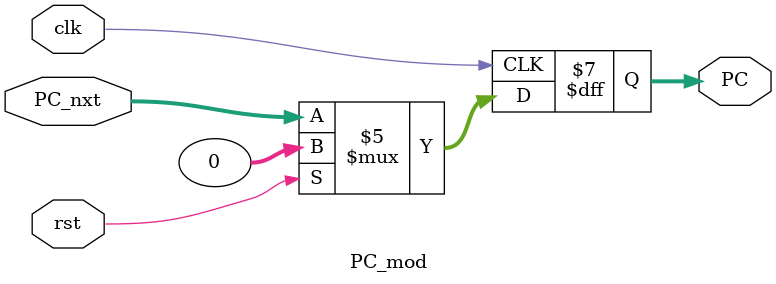
<source format=v>
`timescale 1ns / 1ps

//Program Counter
module PC_mod (clk,rst,PC,PC_nxt);
 input [31:0] PC_nxt;
 input clk,rst;
 
 output [31:0] PC;
 reg [31:0] PC;
 always @(posedge clk) 
 begin
  if (~rst == 1'b0)
   PC <= (32'b0);
   else 
    PC <= PC_nxt;
 end
endmodule

</source>
